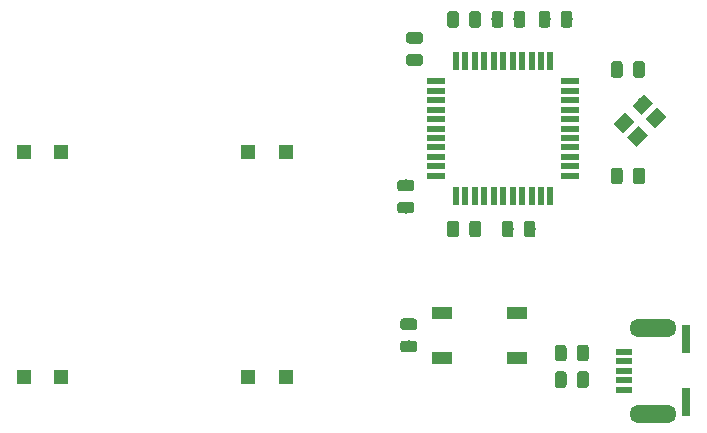
<source format=gbp>
G04 #@! TF.GenerationSoftware,KiCad,Pcbnew,(5.0.0-3-g5ebb6b6)*
G04 #@! TF.CreationDate,2018-09-23T16:07:04+01:00*
G04 #@! TF.ProjectId,PCB1,504342312E6B696361645F7063620000,rev?*
G04 #@! TF.SameCoordinates,Original*
G04 #@! TF.FileFunction,Paste,Bot*
G04 #@! TF.FilePolarity,Positive*
%FSLAX46Y46*%
G04 Gerber Fmt 4.6, Leading zero omitted, Abs format (unit mm)*
G04 Created by KiCad (PCBNEW (5.0.0-3-g5ebb6b6)) date Sunday, 23 September 2018 at 16:07:04*
%MOMM*%
%LPD*%
G01*
G04 APERTURE LIST*
%ADD10C,0.100000*%
%ADD11C,0.975000*%
%ADD12R,1.200000X1.200000*%
%ADD13R,0.800000X2.350000*%
%ADD14R,1.400000X0.500000*%
%ADD15O,4.000000X1.500000*%
%ADD16R,1.700000X1.000000*%
%ADD17R,0.550000X1.500000*%
%ADD18R,1.500000X0.550000*%
%ADD19C,1.150000*%
G04 APERTURE END LIST*
D10*
G04 #@! TO.C,C1*
G36*
X160267642Y-54801174D02*
X160291303Y-54804684D01*
X160314507Y-54810496D01*
X160337029Y-54818554D01*
X160358653Y-54828782D01*
X160379170Y-54841079D01*
X160398383Y-54855329D01*
X160416107Y-54871393D01*
X160432171Y-54889117D01*
X160446421Y-54908330D01*
X160458718Y-54928847D01*
X160468946Y-54950471D01*
X160477004Y-54972993D01*
X160482816Y-54996197D01*
X160486326Y-55019858D01*
X160487500Y-55043750D01*
X160487500Y-55956250D01*
X160486326Y-55980142D01*
X160482816Y-56003803D01*
X160477004Y-56027007D01*
X160468946Y-56049529D01*
X160458718Y-56071153D01*
X160446421Y-56091670D01*
X160432171Y-56110883D01*
X160416107Y-56128607D01*
X160398383Y-56144671D01*
X160379170Y-56158921D01*
X160358653Y-56171218D01*
X160337029Y-56181446D01*
X160314507Y-56189504D01*
X160291303Y-56195316D01*
X160267642Y-56198826D01*
X160243750Y-56200000D01*
X159756250Y-56200000D01*
X159732358Y-56198826D01*
X159708697Y-56195316D01*
X159685493Y-56189504D01*
X159662971Y-56181446D01*
X159641347Y-56171218D01*
X159620830Y-56158921D01*
X159601617Y-56144671D01*
X159583893Y-56128607D01*
X159567829Y-56110883D01*
X159553579Y-56091670D01*
X159541282Y-56071153D01*
X159531054Y-56049529D01*
X159522996Y-56027007D01*
X159517184Y-56003803D01*
X159513674Y-55980142D01*
X159512500Y-55956250D01*
X159512500Y-55043750D01*
X159513674Y-55019858D01*
X159517184Y-54996197D01*
X159522996Y-54972993D01*
X159531054Y-54950471D01*
X159541282Y-54928847D01*
X159553579Y-54908330D01*
X159567829Y-54889117D01*
X159583893Y-54871393D01*
X159601617Y-54855329D01*
X159620830Y-54841079D01*
X159641347Y-54828782D01*
X159662971Y-54818554D01*
X159685493Y-54810496D01*
X159708697Y-54804684D01*
X159732358Y-54801174D01*
X159756250Y-54800000D01*
X160243750Y-54800000D01*
X160267642Y-54801174D01*
X160267642Y-54801174D01*
G37*
D11*
X160000000Y-55500000D03*
D10*
G36*
X158392642Y-54801174D02*
X158416303Y-54804684D01*
X158439507Y-54810496D01*
X158462029Y-54818554D01*
X158483653Y-54828782D01*
X158504170Y-54841079D01*
X158523383Y-54855329D01*
X158541107Y-54871393D01*
X158557171Y-54889117D01*
X158571421Y-54908330D01*
X158583718Y-54928847D01*
X158593946Y-54950471D01*
X158602004Y-54972993D01*
X158607816Y-54996197D01*
X158611326Y-55019858D01*
X158612500Y-55043750D01*
X158612500Y-55956250D01*
X158611326Y-55980142D01*
X158607816Y-56003803D01*
X158602004Y-56027007D01*
X158593946Y-56049529D01*
X158583718Y-56071153D01*
X158571421Y-56091670D01*
X158557171Y-56110883D01*
X158541107Y-56128607D01*
X158523383Y-56144671D01*
X158504170Y-56158921D01*
X158483653Y-56171218D01*
X158462029Y-56181446D01*
X158439507Y-56189504D01*
X158416303Y-56195316D01*
X158392642Y-56198826D01*
X158368750Y-56200000D01*
X157881250Y-56200000D01*
X157857358Y-56198826D01*
X157833697Y-56195316D01*
X157810493Y-56189504D01*
X157787971Y-56181446D01*
X157766347Y-56171218D01*
X157745830Y-56158921D01*
X157726617Y-56144671D01*
X157708893Y-56128607D01*
X157692829Y-56110883D01*
X157678579Y-56091670D01*
X157666282Y-56071153D01*
X157656054Y-56049529D01*
X157647996Y-56027007D01*
X157642184Y-56003803D01*
X157638674Y-55980142D01*
X157637500Y-55956250D01*
X157637500Y-55043750D01*
X157638674Y-55019858D01*
X157642184Y-54996197D01*
X157647996Y-54972993D01*
X157656054Y-54950471D01*
X157666282Y-54928847D01*
X157678579Y-54908330D01*
X157692829Y-54889117D01*
X157708893Y-54871393D01*
X157726617Y-54855329D01*
X157745830Y-54841079D01*
X157766347Y-54828782D01*
X157787971Y-54818554D01*
X157810493Y-54810496D01*
X157833697Y-54804684D01*
X157857358Y-54801174D01*
X157881250Y-54800000D01*
X158368750Y-54800000D01*
X158392642Y-54801174D01*
X158392642Y-54801174D01*
G37*
D11*
X158125000Y-55500000D03*
G04 #@! TD*
D10*
G04 #@! TO.C,C2*
G36*
X158392642Y-63801174D02*
X158416303Y-63804684D01*
X158439507Y-63810496D01*
X158462029Y-63818554D01*
X158483653Y-63828782D01*
X158504170Y-63841079D01*
X158523383Y-63855329D01*
X158541107Y-63871393D01*
X158557171Y-63889117D01*
X158571421Y-63908330D01*
X158583718Y-63928847D01*
X158593946Y-63950471D01*
X158602004Y-63972993D01*
X158607816Y-63996197D01*
X158611326Y-64019858D01*
X158612500Y-64043750D01*
X158612500Y-64956250D01*
X158611326Y-64980142D01*
X158607816Y-65003803D01*
X158602004Y-65027007D01*
X158593946Y-65049529D01*
X158583718Y-65071153D01*
X158571421Y-65091670D01*
X158557171Y-65110883D01*
X158541107Y-65128607D01*
X158523383Y-65144671D01*
X158504170Y-65158921D01*
X158483653Y-65171218D01*
X158462029Y-65181446D01*
X158439507Y-65189504D01*
X158416303Y-65195316D01*
X158392642Y-65198826D01*
X158368750Y-65200000D01*
X157881250Y-65200000D01*
X157857358Y-65198826D01*
X157833697Y-65195316D01*
X157810493Y-65189504D01*
X157787971Y-65181446D01*
X157766347Y-65171218D01*
X157745830Y-65158921D01*
X157726617Y-65144671D01*
X157708893Y-65128607D01*
X157692829Y-65110883D01*
X157678579Y-65091670D01*
X157666282Y-65071153D01*
X157656054Y-65049529D01*
X157647996Y-65027007D01*
X157642184Y-65003803D01*
X157638674Y-64980142D01*
X157637500Y-64956250D01*
X157637500Y-64043750D01*
X157638674Y-64019858D01*
X157642184Y-63996197D01*
X157647996Y-63972993D01*
X157656054Y-63950471D01*
X157666282Y-63928847D01*
X157678579Y-63908330D01*
X157692829Y-63889117D01*
X157708893Y-63871393D01*
X157726617Y-63855329D01*
X157745830Y-63841079D01*
X157766347Y-63828782D01*
X157787971Y-63818554D01*
X157810493Y-63810496D01*
X157833697Y-63804684D01*
X157857358Y-63801174D01*
X157881250Y-63800000D01*
X158368750Y-63800000D01*
X158392642Y-63801174D01*
X158392642Y-63801174D01*
G37*
D11*
X158125000Y-64500000D03*
D10*
G36*
X160267642Y-63801174D02*
X160291303Y-63804684D01*
X160314507Y-63810496D01*
X160337029Y-63818554D01*
X160358653Y-63828782D01*
X160379170Y-63841079D01*
X160398383Y-63855329D01*
X160416107Y-63871393D01*
X160432171Y-63889117D01*
X160446421Y-63908330D01*
X160458718Y-63928847D01*
X160468946Y-63950471D01*
X160477004Y-63972993D01*
X160482816Y-63996197D01*
X160486326Y-64019858D01*
X160487500Y-64043750D01*
X160487500Y-64956250D01*
X160486326Y-64980142D01*
X160482816Y-65003803D01*
X160477004Y-65027007D01*
X160468946Y-65049529D01*
X160458718Y-65071153D01*
X160446421Y-65091670D01*
X160432171Y-65110883D01*
X160416107Y-65128607D01*
X160398383Y-65144671D01*
X160379170Y-65158921D01*
X160358653Y-65171218D01*
X160337029Y-65181446D01*
X160314507Y-65189504D01*
X160291303Y-65195316D01*
X160267642Y-65198826D01*
X160243750Y-65200000D01*
X159756250Y-65200000D01*
X159732358Y-65198826D01*
X159708697Y-65195316D01*
X159685493Y-65189504D01*
X159662971Y-65181446D01*
X159641347Y-65171218D01*
X159620830Y-65158921D01*
X159601617Y-65144671D01*
X159583893Y-65128607D01*
X159567829Y-65110883D01*
X159553579Y-65091670D01*
X159541282Y-65071153D01*
X159531054Y-65049529D01*
X159522996Y-65027007D01*
X159517184Y-65003803D01*
X159513674Y-64980142D01*
X159512500Y-64956250D01*
X159512500Y-64043750D01*
X159513674Y-64019858D01*
X159517184Y-63996197D01*
X159522996Y-63972993D01*
X159531054Y-63950471D01*
X159541282Y-63928847D01*
X159553579Y-63908330D01*
X159567829Y-63889117D01*
X159583893Y-63871393D01*
X159601617Y-63855329D01*
X159620830Y-63841079D01*
X159641347Y-63828782D01*
X159662971Y-63818554D01*
X159685493Y-63810496D01*
X159708697Y-63804684D01*
X159732358Y-63801174D01*
X159756250Y-63800000D01*
X160243750Y-63800000D01*
X160267642Y-63801174D01*
X160267642Y-63801174D01*
G37*
D11*
X160000000Y-64500000D03*
G04 #@! TD*
D10*
G04 #@! TO.C,C3*
G36*
X144517642Y-50551174D02*
X144541303Y-50554684D01*
X144564507Y-50560496D01*
X144587029Y-50568554D01*
X144608653Y-50578782D01*
X144629170Y-50591079D01*
X144648383Y-50605329D01*
X144666107Y-50621393D01*
X144682171Y-50639117D01*
X144696421Y-50658330D01*
X144708718Y-50678847D01*
X144718946Y-50700471D01*
X144727004Y-50722993D01*
X144732816Y-50746197D01*
X144736326Y-50769858D01*
X144737500Y-50793750D01*
X144737500Y-51706250D01*
X144736326Y-51730142D01*
X144732816Y-51753803D01*
X144727004Y-51777007D01*
X144718946Y-51799529D01*
X144708718Y-51821153D01*
X144696421Y-51841670D01*
X144682171Y-51860883D01*
X144666107Y-51878607D01*
X144648383Y-51894671D01*
X144629170Y-51908921D01*
X144608653Y-51921218D01*
X144587029Y-51931446D01*
X144564507Y-51939504D01*
X144541303Y-51945316D01*
X144517642Y-51948826D01*
X144493750Y-51950000D01*
X144006250Y-51950000D01*
X143982358Y-51948826D01*
X143958697Y-51945316D01*
X143935493Y-51939504D01*
X143912971Y-51931446D01*
X143891347Y-51921218D01*
X143870830Y-51908921D01*
X143851617Y-51894671D01*
X143833893Y-51878607D01*
X143817829Y-51860883D01*
X143803579Y-51841670D01*
X143791282Y-51821153D01*
X143781054Y-51799529D01*
X143772996Y-51777007D01*
X143767184Y-51753803D01*
X143763674Y-51730142D01*
X143762500Y-51706250D01*
X143762500Y-50793750D01*
X143763674Y-50769858D01*
X143767184Y-50746197D01*
X143772996Y-50722993D01*
X143781054Y-50700471D01*
X143791282Y-50678847D01*
X143803579Y-50658330D01*
X143817829Y-50639117D01*
X143833893Y-50621393D01*
X143851617Y-50605329D01*
X143870830Y-50591079D01*
X143891347Y-50578782D01*
X143912971Y-50568554D01*
X143935493Y-50560496D01*
X143958697Y-50554684D01*
X143982358Y-50551174D01*
X144006250Y-50550000D01*
X144493750Y-50550000D01*
X144517642Y-50551174D01*
X144517642Y-50551174D01*
G37*
D11*
X144250000Y-51250000D03*
D10*
G36*
X146392642Y-50551174D02*
X146416303Y-50554684D01*
X146439507Y-50560496D01*
X146462029Y-50568554D01*
X146483653Y-50578782D01*
X146504170Y-50591079D01*
X146523383Y-50605329D01*
X146541107Y-50621393D01*
X146557171Y-50639117D01*
X146571421Y-50658330D01*
X146583718Y-50678847D01*
X146593946Y-50700471D01*
X146602004Y-50722993D01*
X146607816Y-50746197D01*
X146611326Y-50769858D01*
X146612500Y-50793750D01*
X146612500Y-51706250D01*
X146611326Y-51730142D01*
X146607816Y-51753803D01*
X146602004Y-51777007D01*
X146593946Y-51799529D01*
X146583718Y-51821153D01*
X146571421Y-51841670D01*
X146557171Y-51860883D01*
X146541107Y-51878607D01*
X146523383Y-51894671D01*
X146504170Y-51908921D01*
X146483653Y-51921218D01*
X146462029Y-51931446D01*
X146439507Y-51939504D01*
X146416303Y-51945316D01*
X146392642Y-51948826D01*
X146368750Y-51950000D01*
X145881250Y-51950000D01*
X145857358Y-51948826D01*
X145833697Y-51945316D01*
X145810493Y-51939504D01*
X145787971Y-51931446D01*
X145766347Y-51921218D01*
X145745830Y-51908921D01*
X145726617Y-51894671D01*
X145708893Y-51878607D01*
X145692829Y-51860883D01*
X145678579Y-51841670D01*
X145666282Y-51821153D01*
X145656054Y-51799529D01*
X145647996Y-51777007D01*
X145642184Y-51753803D01*
X145638674Y-51730142D01*
X145637500Y-51706250D01*
X145637500Y-50793750D01*
X145638674Y-50769858D01*
X145642184Y-50746197D01*
X145647996Y-50722993D01*
X145656054Y-50700471D01*
X145666282Y-50678847D01*
X145678579Y-50658330D01*
X145692829Y-50639117D01*
X145708893Y-50621393D01*
X145726617Y-50605329D01*
X145745830Y-50591079D01*
X145766347Y-50578782D01*
X145787971Y-50568554D01*
X145810493Y-50560496D01*
X145833697Y-50554684D01*
X145857358Y-50551174D01*
X145881250Y-50550000D01*
X146368750Y-50550000D01*
X146392642Y-50551174D01*
X146392642Y-50551174D01*
G37*
D11*
X146125000Y-51250000D03*
G04 #@! TD*
D10*
G04 #@! TO.C,C4*
G36*
X140730142Y-66701174D02*
X140753803Y-66704684D01*
X140777007Y-66710496D01*
X140799529Y-66718554D01*
X140821153Y-66728782D01*
X140841670Y-66741079D01*
X140860883Y-66755329D01*
X140878607Y-66771393D01*
X140894671Y-66789117D01*
X140908921Y-66808330D01*
X140921218Y-66828847D01*
X140931446Y-66850471D01*
X140939504Y-66872993D01*
X140945316Y-66896197D01*
X140948826Y-66919858D01*
X140950000Y-66943750D01*
X140950000Y-67431250D01*
X140948826Y-67455142D01*
X140945316Y-67478803D01*
X140939504Y-67502007D01*
X140931446Y-67524529D01*
X140921218Y-67546153D01*
X140908921Y-67566670D01*
X140894671Y-67585883D01*
X140878607Y-67603607D01*
X140860883Y-67619671D01*
X140841670Y-67633921D01*
X140821153Y-67646218D01*
X140799529Y-67656446D01*
X140777007Y-67664504D01*
X140753803Y-67670316D01*
X140730142Y-67673826D01*
X140706250Y-67675000D01*
X139793750Y-67675000D01*
X139769858Y-67673826D01*
X139746197Y-67670316D01*
X139722993Y-67664504D01*
X139700471Y-67656446D01*
X139678847Y-67646218D01*
X139658330Y-67633921D01*
X139639117Y-67619671D01*
X139621393Y-67603607D01*
X139605329Y-67585883D01*
X139591079Y-67566670D01*
X139578782Y-67546153D01*
X139568554Y-67524529D01*
X139560496Y-67502007D01*
X139554684Y-67478803D01*
X139551174Y-67455142D01*
X139550000Y-67431250D01*
X139550000Y-66943750D01*
X139551174Y-66919858D01*
X139554684Y-66896197D01*
X139560496Y-66872993D01*
X139568554Y-66850471D01*
X139578782Y-66828847D01*
X139591079Y-66808330D01*
X139605329Y-66789117D01*
X139621393Y-66771393D01*
X139639117Y-66755329D01*
X139658330Y-66741079D01*
X139678847Y-66728782D01*
X139700471Y-66718554D01*
X139722993Y-66710496D01*
X139746197Y-66704684D01*
X139769858Y-66701174D01*
X139793750Y-66700000D01*
X140706250Y-66700000D01*
X140730142Y-66701174D01*
X140730142Y-66701174D01*
G37*
D11*
X140250000Y-67187500D03*
D10*
G36*
X140730142Y-64826174D02*
X140753803Y-64829684D01*
X140777007Y-64835496D01*
X140799529Y-64843554D01*
X140821153Y-64853782D01*
X140841670Y-64866079D01*
X140860883Y-64880329D01*
X140878607Y-64896393D01*
X140894671Y-64914117D01*
X140908921Y-64933330D01*
X140921218Y-64953847D01*
X140931446Y-64975471D01*
X140939504Y-64997993D01*
X140945316Y-65021197D01*
X140948826Y-65044858D01*
X140950000Y-65068750D01*
X140950000Y-65556250D01*
X140948826Y-65580142D01*
X140945316Y-65603803D01*
X140939504Y-65627007D01*
X140931446Y-65649529D01*
X140921218Y-65671153D01*
X140908921Y-65691670D01*
X140894671Y-65710883D01*
X140878607Y-65728607D01*
X140860883Y-65744671D01*
X140841670Y-65758921D01*
X140821153Y-65771218D01*
X140799529Y-65781446D01*
X140777007Y-65789504D01*
X140753803Y-65795316D01*
X140730142Y-65798826D01*
X140706250Y-65800000D01*
X139793750Y-65800000D01*
X139769858Y-65798826D01*
X139746197Y-65795316D01*
X139722993Y-65789504D01*
X139700471Y-65781446D01*
X139678847Y-65771218D01*
X139658330Y-65758921D01*
X139639117Y-65744671D01*
X139621393Y-65728607D01*
X139605329Y-65710883D01*
X139591079Y-65691670D01*
X139578782Y-65671153D01*
X139568554Y-65649529D01*
X139560496Y-65627007D01*
X139554684Y-65603803D01*
X139551174Y-65580142D01*
X139550000Y-65556250D01*
X139550000Y-65068750D01*
X139551174Y-65044858D01*
X139554684Y-65021197D01*
X139560496Y-64997993D01*
X139568554Y-64975471D01*
X139578782Y-64953847D01*
X139591079Y-64933330D01*
X139605329Y-64914117D01*
X139621393Y-64896393D01*
X139639117Y-64880329D01*
X139658330Y-64866079D01*
X139678847Y-64853782D01*
X139700471Y-64843554D01*
X139722993Y-64835496D01*
X139746197Y-64829684D01*
X139769858Y-64826174D01*
X139793750Y-64825000D01*
X140706250Y-64825000D01*
X140730142Y-64826174D01*
X140730142Y-64826174D01*
G37*
D11*
X140250000Y-65312500D03*
G04 #@! TD*
D10*
G04 #@! TO.C,C5*
G36*
X151017642Y-68301174D02*
X151041303Y-68304684D01*
X151064507Y-68310496D01*
X151087029Y-68318554D01*
X151108653Y-68328782D01*
X151129170Y-68341079D01*
X151148383Y-68355329D01*
X151166107Y-68371393D01*
X151182171Y-68389117D01*
X151196421Y-68408330D01*
X151208718Y-68428847D01*
X151218946Y-68450471D01*
X151227004Y-68472993D01*
X151232816Y-68496197D01*
X151236326Y-68519858D01*
X151237500Y-68543750D01*
X151237500Y-69456250D01*
X151236326Y-69480142D01*
X151232816Y-69503803D01*
X151227004Y-69527007D01*
X151218946Y-69549529D01*
X151208718Y-69571153D01*
X151196421Y-69591670D01*
X151182171Y-69610883D01*
X151166107Y-69628607D01*
X151148383Y-69644671D01*
X151129170Y-69658921D01*
X151108653Y-69671218D01*
X151087029Y-69681446D01*
X151064507Y-69689504D01*
X151041303Y-69695316D01*
X151017642Y-69698826D01*
X150993750Y-69700000D01*
X150506250Y-69700000D01*
X150482358Y-69698826D01*
X150458697Y-69695316D01*
X150435493Y-69689504D01*
X150412971Y-69681446D01*
X150391347Y-69671218D01*
X150370830Y-69658921D01*
X150351617Y-69644671D01*
X150333893Y-69628607D01*
X150317829Y-69610883D01*
X150303579Y-69591670D01*
X150291282Y-69571153D01*
X150281054Y-69549529D01*
X150272996Y-69527007D01*
X150267184Y-69503803D01*
X150263674Y-69480142D01*
X150262500Y-69456250D01*
X150262500Y-68543750D01*
X150263674Y-68519858D01*
X150267184Y-68496197D01*
X150272996Y-68472993D01*
X150281054Y-68450471D01*
X150291282Y-68428847D01*
X150303579Y-68408330D01*
X150317829Y-68389117D01*
X150333893Y-68371393D01*
X150351617Y-68355329D01*
X150370830Y-68341079D01*
X150391347Y-68328782D01*
X150412971Y-68318554D01*
X150435493Y-68310496D01*
X150458697Y-68304684D01*
X150482358Y-68301174D01*
X150506250Y-68300000D01*
X150993750Y-68300000D01*
X151017642Y-68301174D01*
X151017642Y-68301174D01*
G37*
D11*
X150750000Y-69000000D03*
D10*
G36*
X149142642Y-68301174D02*
X149166303Y-68304684D01*
X149189507Y-68310496D01*
X149212029Y-68318554D01*
X149233653Y-68328782D01*
X149254170Y-68341079D01*
X149273383Y-68355329D01*
X149291107Y-68371393D01*
X149307171Y-68389117D01*
X149321421Y-68408330D01*
X149333718Y-68428847D01*
X149343946Y-68450471D01*
X149352004Y-68472993D01*
X149357816Y-68496197D01*
X149361326Y-68519858D01*
X149362500Y-68543750D01*
X149362500Y-69456250D01*
X149361326Y-69480142D01*
X149357816Y-69503803D01*
X149352004Y-69527007D01*
X149343946Y-69549529D01*
X149333718Y-69571153D01*
X149321421Y-69591670D01*
X149307171Y-69610883D01*
X149291107Y-69628607D01*
X149273383Y-69644671D01*
X149254170Y-69658921D01*
X149233653Y-69671218D01*
X149212029Y-69681446D01*
X149189507Y-69689504D01*
X149166303Y-69695316D01*
X149142642Y-69698826D01*
X149118750Y-69700000D01*
X148631250Y-69700000D01*
X148607358Y-69698826D01*
X148583697Y-69695316D01*
X148560493Y-69689504D01*
X148537971Y-69681446D01*
X148516347Y-69671218D01*
X148495830Y-69658921D01*
X148476617Y-69644671D01*
X148458893Y-69628607D01*
X148442829Y-69610883D01*
X148428579Y-69591670D01*
X148416282Y-69571153D01*
X148406054Y-69549529D01*
X148397996Y-69527007D01*
X148392184Y-69503803D01*
X148388674Y-69480142D01*
X148387500Y-69456250D01*
X148387500Y-68543750D01*
X148388674Y-68519858D01*
X148392184Y-68496197D01*
X148397996Y-68472993D01*
X148406054Y-68450471D01*
X148416282Y-68428847D01*
X148428579Y-68408330D01*
X148442829Y-68389117D01*
X148458893Y-68371393D01*
X148476617Y-68355329D01*
X148495830Y-68341079D01*
X148516347Y-68328782D01*
X148537971Y-68318554D01*
X148560493Y-68310496D01*
X148583697Y-68304684D01*
X148607358Y-68301174D01*
X148631250Y-68300000D01*
X149118750Y-68300000D01*
X149142642Y-68301174D01*
X149142642Y-68301174D01*
G37*
D11*
X148875000Y-69000000D03*
G04 #@! TD*
D10*
G04 #@! TO.C,C6*
G36*
X154142642Y-50551174D02*
X154166303Y-50554684D01*
X154189507Y-50560496D01*
X154212029Y-50568554D01*
X154233653Y-50578782D01*
X154254170Y-50591079D01*
X154273383Y-50605329D01*
X154291107Y-50621393D01*
X154307171Y-50639117D01*
X154321421Y-50658330D01*
X154333718Y-50678847D01*
X154343946Y-50700471D01*
X154352004Y-50722993D01*
X154357816Y-50746197D01*
X154361326Y-50769858D01*
X154362500Y-50793750D01*
X154362500Y-51706250D01*
X154361326Y-51730142D01*
X154357816Y-51753803D01*
X154352004Y-51777007D01*
X154343946Y-51799529D01*
X154333718Y-51821153D01*
X154321421Y-51841670D01*
X154307171Y-51860883D01*
X154291107Y-51878607D01*
X154273383Y-51894671D01*
X154254170Y-51908921D01*
X154233653Y-51921218D01*
X154212029Y-51931446D01*
X154189507Y-51939504D01*
X154166303Y-51945316D01*
X154142642Y-51948826D01*
X154118750Y-51950000D01*
X153631250Y-51950000D01*
X153607358Y-51948826D01*
X153583697Y-51945316D01*
X153560493Y-51939504D01*
X153537971Y-51931446D01*
X153516347Y-51921218D01*
X153495830Y-51908921D01*
X153476617Y-51894671D01*
X153458893Y-51878607D01*
X153442829Y-51860883D01*
X153428579Y-51841670D01*
X153416282Y-51821153D01*
X153406054Y-51799529D01*
X153397996Y-51777007D01*
X153392184Y-51753803D01*
X153388674Y-51730142D01*
X153387500Y-51706250D01*
X153387500Y-50793750D01*
X153388674Y-50769858D01*
X153392184Y-50746197D01*
X153397996Y-50722993D01*
X153406054Y-50700471D01*
X153416282Y-50678847D01*
X153428579Y-50658330D01*
X153442829Y-50639117D01*
X153458893Y-50621393D01*
X153476617Y-50605329D01*
X153495830Y-50591079D01*
X153516347Y-50578782D01*
X153537971Y-50568554D01*
X153560493Y-50560496D01*
X153583697Y-50554684D01*
X153607358Y-50551174D01*
X153631250Y-50550000D01*
X154118750Y-50550000D01*
X154142642Y-50551174D01*
X154142642Y-50551174D01*
G37*
D11*
X153875000Y-51250000D03*
D10*
G36*
X152267642Y-50551174D02*
X152291303Y-50554684D01*
X152314507Y-50560496D01*
X152337029Y-50568554D01*
X152358653Y-50578782D01*
X152379170Y-50591079D01*
X152398383Y-50605329D01*
X152416107Y-50621393D01*
X152432171Y-50639117D01*
X152446421Y-50658330D01*
X152458718Y-50678847D01*
X152468946Y-50700471D01*
X152477004Y-50722993D01*
X152482816Y-50746197D01*
X152486326Y-50769858D01*
X152487500Y-50793750D01*
X152487500Y-51706250D01*
X152486326Y-51730142D01*
X152482816Y-51753803D01*
X152477004Y-51777007D01*
X152468946Y-51799529D01*
X152458718Y-51821153D01*
X152446421Y-51841670D01*
X152432171Y-51860883D01*
X152416107Y-51878607D01*
X152398383Y-51894671D01*
X152379170Y-51908921D01*
X152358653Y-51921218D01*
X152337029Y-51931446D01*
X152314507Y-51939504D01*
X152291303Y-51945316D01*
X152267642Y-51948826D01*
X152243750Y-51950000D01*
X151756250Y-51950000D01*
X151732358Y-51948826D01*
X151708697Y-51945316D01*
X151685493Y-51939504D01*
X151662971Y-51931446D01*
X151641347Y-51921218D01*
X151620830Y-51908921D01*
X151601617Y-51894671D01*
X151583893Y-51878607D01*
X151567829Y-51860883D01*
X151553579Y-51841670D01*
X151541282Y-51821153D01*
X151531054Y-51799529D01*
X151522996Y-51777007D01*
X151517184Y-51753803D01*
X151513674Y-51730142D01*
X151512500Y-51706250D01*
X151512500Y-50793750D01*
X151513674Y-50769858D01*
X151517184Y-50746197D01*
X151522996Y-50722993D01*
X151531054Y-50700471D01*
X151541282Y-50678847D01*
X151553579Y-50658330D01*
X151567829Y-50639117D01*
X151583893Y-50621393D01*
X151601617Y-50605329D01*
X151620830Y-50591079D01*
X151641347Y-50578782D01*
X151662971Y-50568554D01*
X151685493Y-50560496D01*
X151708697Y-50554684D01*
X151732358Y-50551174D01*
X151756250Y-50550000D01*
X152243750Y-50550000D01*
X152267642Y-50551174D01*
X152267642Y-50551174D01*
G37*
D11*
X152000000Y-51250000D03*
G04 #@! TD*
D10*
G04 #@! TO.C,C7*
G36*
X141480142Y-52326174D02*
X141503803Y-52329684D01*
X141527007Y-52335496D01*
X141549529Y-52343554D01*
X141571153Y-52353782D01*
X141591670Y-52366079D01*
X141610883Y-52380329D01*
X141628607Y-52396393D01*
X141644671Y-52414117D01*
X141658921Y-52433330D01*
X141671218Y-52453847D01*
X141681446Y-52475471D01*
X141689504Y-52497993D01*
X141695316Y-52521197D01*
X141698826Y-52544858D01*
X141700000Y-52568750D01*
X141700000Y-53056250D01*
X141698826Y-53080142D01*
X141695316Y-53103803D01*
X141689504Y-53127007D01*
X141681446Y-53149529D01*
X141671218Y-53171153D01*
X141658921Y-53191670D01*
X141644671Y-53210883D01*
X141628607Y-53228607D01*
X141610883Y-53244671D01*
X141591670Y-53258921D01*
X141571153Y-53271218D01*
X141549529Y-53281446D01*
X141527007Y-53289504D01*
X141503803Y-53295316D01*
X141480142Y-53298826D01*
X141456250Y-53300000D01*
X140543750Y-53300000D01*
X140519858Y-53298826D01*
X140496197Y-53295316D01*
X140472993Y-53289504D01*
X140450471Y-53281446D01*
X140428847Y-53271218D01*
X140408330Y-53258921D01*
X140389117Y-53244671D01*
X140371393Y-53228607D01*
X140355329Y-53210883D01*
X140341079Y-53191670D01*
X140328782Y-53171153D01*
X140318554Y-53149529D01*
X140310496Y-53127007D01*
X140304684Y-53103803D01*
X140301174Y-53080142D01*
X140300000Y-53056250D01*
X140300000Y-52568750D01*
X140301174Y-52544858D01*
X140304684Y-52521197D01*
X140310496Y-52497993D01*
X140318554Y-52475471D01*
X140328782Y-52453847D01*
X140341079Y-52433330D01*
X140355329Y-52414117D01*
X140371393Y-52396393D01*
X140389117Y-52380329D01*
X140408330Y-52366079D01*
X140428847Y-52353782D01*
X140450471Y-52343554D01*
X140472993Y-52335496D01*
X140496197Y-52329684D01*
X140519858Y-52326174D01*
X140543750Y-52325000D01*
X141456250Y-52325000D01*
X141480142Y-52326174D01*
X141480142Y-52326174D01*
G37*
D11*
X141000000Y-52812500D03*
D10*
G36*
X141480142Y-54201174D02*
X141503803Y-54204684D01*
X141527007Y-54210496D01*
X141549529Y-54218554D01*
X141571153Y-54228782D01*
X141591670Y-54241079D01*
X141610883Y-54255329D01*
X141628607Y-54271393D01*
X141644671Y-54289117D01*
X141658921Y-54308330D01*
X141671218Y-54328847D01*
X141681446Y-54350471D01*
X141689504Y-54372993D01*
X141695316Y-54396197D01*
X141698826Y-54419858D01*
X141700000Y-54443750D01*
X141700000Y-54931250D01*
X141698826Y-54955142D01*
X141695316Y-54978803D01*
X141689504Y-55002007D01*
X141681446Y-55024529D01*
X141671218Y-55046153D01*
X141658921Y-55066670D01*
X141644671Y-55085883D01*
X141628607Y-55103607D01*
X141610883Y-55119671D01*
X141591670Y-55133921D01*
X141571153Y-55146218D01*
X141549529Y-55156446D01*
X141527007Y-55164504D01*
X141503803Y-55170316D01*
X141480142Y-55173826D01*
X141456250Y-55175000D01*
X140543750Y-55175000D01*
X140519858Y-55173826D01*
X140496197Y-55170316D01*
X140472993Y-55164504D01*
X140450471Y-55156446D01*
X140428847Y-55146218D01*
X140408330Y-55133921D01*
X140389117Y-55119671D01*
X140371393Y-55103607D01*
X140355329Y-55085883D01*
X140341079Y-55066670D01*
X140328782Y-55046153D01*
X140318554Y-55024529D01*
X140310496Y-55002007D01*
X140304684Y-54978803D01*
X140301174Y-54955142D01*
X140300000Y-54931250D01*
X140300000Y-54443750D01*
X140301174Y-54419858D01*
X140304684Y-54396197D01*
X140310496Y-54372993D01*
X140318554Y-54350471D01*
X140328782Y-54328847D01*
X140341079Y-54308330D01*
X140355329Y-54289117D01*
X140371393Y-54271393D01*
X140389117Y-54255329D01*
X140408330Y-54241079D01*
X140428847Y-54228782D01*
X140450471Y-54218554D01*
X140472993Y-54210496D01*
X140496197Y-54204684D01*
X140519858Y-54201174D01*
X140543750Y-54200000D01*
X141456250Y-54200000D01*
X141480142Y-54201174D01*
X141480142Y-54201174D01*
G37*
D11*
X141000000Y-54687500D03*
G04 #@! TD*
D10*
G04 #@! TO.C,C8*
G36*
X148267642Y-50551174D02*
X148291303Y-50554684D01*
X148314507Y-50560496D01*
X148337029Y-50568554D01*
X148358653Y-50578782D01*
X148379170Y-50591079D01*
X148398383Y-50605329D01*
X148416107Y-50621393D01*
X148432171Y-50639117D01*
X148446421Y-50658330D01*
X148458718Y-50678847D01*
X148468946Y-50700471D01*
X148477004Y-50722993D01*
X148482816Y-50746197D01*
X148486326Y-50769858D01*
X148487500Y-50793750D01*
X148487500Y-51706250D01*
X148486326Y-51730142D01*
X148482816Y-51753803D01*
X148477004Y-51777007D01*
X148468946Y-51799529D01*
X148458718Y-51821153D01*
X148446421Y-51841670D01*
X148432171Y-51860883D01*
X148416107Y-51878607D01*
X148398383Y-51894671D01*
X148379170Y-51908921D01*
X148358653Y-51921218D01*
X148337029Y-51931446D01*
X148314507Y-51939504D01*
X148291303Y-51945316D01*
X148267642Y-51948826D01*
X148243750Y-51950000D01*
X147756250Y-51950000D01*
X147732358Y-51948826D01*
X147708697Y-51945316D01*
X147685493Y-51939504D01*
X147662971Y-51931446D01*
X147641347Y-51921218D01*
X147620830Y-51908921D01*
X147601617Y-51894671D01*
X147583893Y-51878607D01*
X147567829Y-51860883D01*
X147553579Y-51841670D01*
X147541282Y-51821153D01*
X147531054Y-51799529D01*
X147522996Y-51777007D01*
X147517184Y-51753803D01*
X147513674Y-51730142D01*
X147512500Y-51706250D01*
X147512500Y-50793750D01*
X147513674Y-50769858D01*
X147517184Y-50746197D01*
X147522996Y-50722993D01*
X147531054Y-50700471D01*
X147541282Y-50678847D01*
X147553579Y-50658330D01*
X147567829Y-50639117D01*
X147583893Y-50621393D01*
X147601617Y-50605329D01*
X147620830Y-50591079D01*
X147641347Y-50578782D01*
X147662971Y-50568554D01*
X147685493Y-50560496D01*
X147708697Y-50554684D01*
X147732358Y-50551174D01*
X147756250Y-50550000D01*
X148243750Y-50550000D01*
X148267642Y-50551174D01*
X148267642Y-50551174D01*
G37*
D11*
X148000000Y-51250000D03*
D10*
G36*
X150142642Y-50551174D02*
X150166303Y-50554684D01*
X150189507Y-50560496D01*
X150212029Y-50568554D01*
X150233653Y-50578782D01*
X150254170Y-50591079D01*
X150273383Y-50605329D01*
X150291107Y-50621393D01*
X150307171Y-50639117D01*
X150321421Y-50658330D01*
X150333718Y-50678847D01*
X150343946Y-50700471D01*
X150352004Y-50722993D01*
X150357816Y-50746197D01*
X150361326Y-50769858D01*
X150362500Y-50793750D01*
X150362500Y-51706250D01*
X150361326Y-51730142D01*
X150357816Y-51753803D01*
X150352004Y-51777007D01*
X150343946Y-51799529D01*
X150333718Y-51821153D01*
X150321421Y-51841670D01*
X150307171Y-51860883D01*
X150291107Y-51878607D01*
X150273383Y-51894671D01*
X150254170Y-51908921D01*
X150233653Y-51921218D01*
X150212029Y-51931446D01*
X150189507Y-51939504D01*
X150166303Y-51945316D01*
X150142642Y-51948826D01*
X150118750Y-51950000D01*
X149631250Y-51950000D01*
X149607358Y-51948826D01*
X149583697Y-51945316D01*
X149560493Y-51939504D01*
X149537971Y-51931446D01*
X149516347Y-51921218D01*
X149495830Y-51908921D01*
X149476617Y-51894671D01*
X149458893Y-51878607D01*
X149442829Y-51860883D01*
X149428579Y-51841670D01*
X149416282Y-51821153D01*
X149406054Y-51799529D01*
X149397996Y-51777007D01*
X149392184Y-51753803D01*
X149388674Y-51730142D01*
X149387500Y-51706250D01*
X149387500Y-50793750D01*
X149388674Y-50769858D01*
X149392184Y-50746197D01*
X149397996Y-50722993D01*
X149406054Y-50700471D01*
X149416282Y-50678847D01*
X149428579Y-50658330D01*
X149442829Y-50639117D01*
X149458893Y-50621393D01*
X149476617Y-50605329D01*
X149495830Y-50591079D01*
X149516347Y-50578782D01*
X149537971Y-50568554D01*
X149560493Y-50560496D01*
X149583697Y-50554684D01*
X149607358Y-50551174D01*
X149631250Y-50550000D01*
X150118750Y-50550000D01*
X150142642Y-50551174D01*
X150142642Y-50551174D01*
G37*
D11*
X149875000Y-51250000D03*
G04 #@! TD*
D12*
G04 #@! TO.C,D1*
X111075000Y-62500000D03*
X107925000Y-62500000D03*
G04 #@! TD*
G04 #@! TO.C,D2*
X111075000Y-81500000D03*
X107925000Y-81500000D03*
G04 #@! TD*
G04 #@! TO.C,D3*
X126925000Y-62500000D03*
X130075000Y-62500000D03*
G04 #@! TD*
G04 #@! TO.C,D4*
X126925000Y-81500000D03*
X130075000Y-81500000D03*
G04 #@! TD*
D13*
G04 #@! TO.C,J1*
X163950000Y-83675000D03*
X163950000Y-78325000D03*
D14*
X158750000Y-79400000D03*
X158750000Y-80200000D03*
X158750000Y-81000000D03*
X158750000Y-81800000D03*
X158750000Y-82600000D03*
D15*
X161150000Y-77350000D03*
X161150000Y-84650000D03*
G04 #@! TD*
D10*
G04 #@! TO.C,R1*
G36*
X140980142Y-78451174D02*
X141003803Y-78454684D01*
X141027007Y-78460496D01*
X141049529Y-78468554D01*
X141071153Y-78478782D01*
X141091670Y-78491079D01*
X141110883Y-78505329D01*
X141128607Y-78521393D01*
X141144671Y-78539117D01*
X141158921Y-78558330D01*
X141171218Y-78578847D01*
X141181446Y-78600471D01*
X141189504Y-78622993D01*
X141195316Y-78646197D01*
X141198826Y-78669858D01*
X141200000Y-78693750D01*
X141200000Y-79181250D01*
X141198826Y-79205142D01*
X141195316Y-79228803D01*
X141189504Y-79252007D01*
X141181446Y-79274529D01*
X141171218Y-79296153D01*
X141158921Y-79316670D01*
X141144671Y-79335883D01*
X141128607Y-79353607D01*
X141110883Y-79369671D01*
X141091670Y-79383921D01*
X141071153Y-79396218D01*
X141049529Y-79406446D01*
X141027007Y-79414504D01*
X141003803Y-79420316D01*
X140980142Y-79423826D01*
X140956250Y-79425000D01*
X140043750Y-79425000D01*
X140019858Y-79423826D01*
X139996197Y-79420316D01*
X139972993Y-79414504D01*
X139950471Y-79406446D01*
X139928847Y-79396218D01*
X139908330Y-79383921D01*
X139889117Y-79369671D01*
X139871393Y-79353607D01*
X139855329Y-79335883D01*
X139841079Y-79316670D01*
X139828782Y-79296153D01*
X139818554Y-79274529D01*
X139810496Y-79252007D01*
X139804684Y-79228803D01*
X139801174Y-79205142D01*
X139800000Y-79181250D01*
X139800000Y-78693750D01*
X139801174Y-78669858D01*
X139804684Y-78646197D01*
X139810496Y-78622993D01*
X139818554Y-78600471D01*
X139828782Y-78578847D01*
X139841079Y-78558330D01*
X139855329Y-78539117D01*
X139871393Y-78521393D01*
X139889117Y-78505329D01*
X139908330Y-78491079D01*
X139928847Y-78478782D01*
X139950471Y-78468554D01*
X139972993Y-78460496D01*
X139996197Y-78454684D01*
X140019858Y-78451174D01*
X140043750Y-78450000D01*
X140956250Y-78450000D01*
X140980142Y-78451174D01*
X140980142Y-78451174D01*
G37*
D11*
X140500000Y-78937500D03*
D10*
G36*
X140980142Y-76576174D02*
X141003803Y-76579684D01*
X141027007Y-76585496D01*
X141049529Y-76593554D01*
X141071153Y-76603782D01*
X141091670Y-76616079D01*
X141110883Y-76630329D01*
X141128607Y-76646393D01*
X141144671Y-76664117D01*
X141158921Y-76683330D01*
X141171218Y-76703847D01*
X141181446Y-76725471D01*
X141189504Y-76747993D01*
X141195316Y-76771197D01*
X141198826Y-76794858D01*
X141200000Y-76818750D01*
X141200000Y-77306250D01*
X141198826Y-77330142D01*
X141195316Y-77353803D01*
X141189504Y-77377007D01*
X141181446Y-77399529D01*
X141171218Y-77421153D01*
X141158921Y-77441670D01*
X141144671Y-77460883D01*
X141128607Y-77478607D01*
X141110883Y-77494671D01*
X141091670Y-77508921D01*
X141071153Y-77521218D01*
X141049529Y-77531446D01*
X141027007Y-77539504D01*
X141003803Y-77545316D01*
X140980142Y-77548826D01*
X140956250Y-77550000D01*
X140043750Y-77550000D01*
X140019858Y-77548826D01*
X139996197Y-77545316D01*
X139972993Y-77539504D01*
X139950471Y-77531446D01*
X139928847Y-77521218D01*
X139908330Y-77508921D01*
X139889117Y-77494671D01*
X139871393Y-77478607D01*
X139855329Y-77460883D01*
X139841079Y-77441670D01*
X139828782Y-77421153D01*
X139818554Y-77399529D01*
X139810496Y-77377007D01*
X139804684Y-77353803D01*
X139801174Y-77330142D01*
X139800000Y-77306250D01*
X139800000Y-76818750D01*
X139801174Y-76794858D01*
X139804684Y-76771197D01*
X139810496Y-76747993D01*
X139818554Y-76725471D01*
X139828782Y-76703847D01*
X139841079Y-76683330D01*
X139855329Y-76664117D01*
X139871393Y-76646393D01*
X139889117Y-76630329D01*
X139908330Y-76616079D01*
X139928847Y-76603782D01*
X139950471Y-76593554D01*
X139972993Y-76585496D01*
X139996197Y-76579684D01*
X140019858Y-76576174D01*
X140043750Y-76575000D01*
X140956250Y-76575000D01*
X140980142Y-76576174D01*
X140980142Y-76576174D01*
G37*
D11*
X140500000Y-77062500D03*
G04 #@! TD*
D10*
G04 #@! TO.C,R2*
G36*
X144517642Y-68301174D02*
X144541303Y-68304684D01*
X144564507Y-68310496D01*
X144587029Y-68318554D01*
X144608653Y-68328782D01*
X144629170Y-68341079D01*
X144648383Y-68355329D01*
X144666107Y-68371393D01*
X144682171Y-68389117D01*
X144696421Y-68408330D01*
X144708718Y-68428847D01*
X144718946Y-68450471D01*
X144727004Y-68472993D01*
X144732816Y-68496197D01*
X144736326Y-68519858D01*
X144737500Y-68543750D01*
X144737500Y-69456250D01*
X144736326Y-69480142D01*
X144732816Y-69503803D01*
X144727004Y-69527007D01*
X144718946Y-69549529D01*
X144708718Y-69571153D01*
X144696421Y-69591670D01*
X144682171Y-69610883D01*
X144666107Y-69628607D01*
X144648383Y-69644671D01*
X144629170Y-69658921D01*
X144608653Y-69671218D01*
X144587029Y-69681446D01*
X144564507Y-69689504D01*
X144541303Y-69695316D01*
X144517642Y-69698826D01*
X144493750Y-69700000D01*
X144006250Y-69700000D01*
X143982358Y-69698826D01*
X143958697Y-69695316D01*
X143935493Y-69689504D01*
X143912971Y-69681446D01*
X143891347Y-69671218D01*
X143870830Y-69658921D01*
X143851617Y-69644671D01*
X143833893Y-69628607D01*
X143817829Y-69610883D01*
X143803579Y-69591670D01*
X143791282Y-69571153D01*
X143781054Y-69549529D01*
X143772996Y-69527007D01*
X143767184Y-69503803D01*
X143763674Y-69480142D01*
X143762500Y-69456250D01*
X143762500Y-68543750D01*
X143763674Y-68519858D01*
X143767184Y-68496197D01*
X143772996Y-68472993D01*
X143781054Y-68450471D01*
X143791282Y-68428847D01*
X143803579Y-68408330D01*
X143817829Y-68389117D01*
X143833893Y-68371393D01*
X143851617Y-68355329D01*
X143870830Y-68341079D01*
X143891347Y-68328782D01*
X143912971Y-68318554D01*
X143935493Y-68310496D01*
X143958697Y-68304684D01*
X143982358Y-68301174D01*
X144006250Y-68300000D01*
X144493750Y-68300000D01*
X144517642Y-68301174D01*
X144517642Y-68301174D01*
G37*
D11*
X144250000Y-69000000D03*
D10*
G36*
X146392642Y-68301174D02*
X146416303Y-68304684D01*
X146439507Y-68310496D01*
X146462029Y-68318554D01*
X146483653Y-68328782D01*
X146504170Y-68341079D01*
X146523383Y-68355329D01*
X146541107Y-68371393D01*
X146557171Y-68389117D01*
X146571421Y-68408330D01*
X146583718Y-68428847D01*
X146593946Y-68450471D01*
X146602004Y-68472993D01*
X146607816Y-68496197D01*
X146611326Y-68519858D01*
X146612500Y-68543750D01*
X146612500Y-69456250D01*
X146611326Y-69480142D01*
X146607816Y-69503803D01*
X146602004Y-69527007D01*
X146593946Y-69549529D01*
X146583718Y-69571153D01*
X146571421Y-69591670D01*
X146557171Y-69610883D01*
X146541107Y-69628607D01*
X146523383Y-69644671D01*
X146504170Y-69658921D01*
X146483653Y-69671218D01*
X146462029Y-69681446D01*
X146439507Y-69689504D01*
X146416303Y-69695316D01*
X146392642Y-69698826D01*
X146368750Y-69700000D01*
X145881250Y-69700000D01*
X145857358Y-69698826D01*
X145833697Y-69695316D01*
X145810493Y-69689504D01*
X145787971Y-69681446D01*
X145766347Y-69671218D01*
X145745830Y-69658921D01*
X145726617Y-69644671D01*
X145708893Y-69628607D01*
X145692829Y-69610883D01*
X145678579Y-69591670D01*
X145666282Y-69571153D01*
X145656054Y-69549529D01*
X145647996Y-69527007D01*
X145642184Y-69503803D01*
X145638674Y-69480142D01*
X145637500Y-69456250D01*
X145637500Y-68543750D01*
X145638674Y-68519858D01*
X145642184Y-68496197D01*
X145647996Y-68472993D01*
X145656054Y-68450471D01*
X145666282Y-68428847D01*
X145678579Y-68408330D01*
X145692829Y-68389117D01*
X145708893Y-68371393D01*
X145726617Y-68355329D01*
X145745830Y-68341079D01*
X145766347Y-68328782D01*
X145787971Y-68318554D01*
X145810493Y-68310496D01*
X145833697Y-68304684D01*
X145857358Y-68301174D01*
X145881250Y-68300000D01*
X146368750Y-68300000D01*
X146392642Y-68301174D01*
X146392642Y-68301174D01*
G37*
D11*
X146125000Y-69000000D03*
G04 #@! TD*
D10*
G04 #@! TO.C,R3*
G36*
X153642642Y-78801174D02*
X153666303Y-78804684D01*
X153689507Y-78810496D01*
X153712029Y-78818554D01*
X153733653Y-78828782D01*
X153754170Y-78841079D01*
X153773383Y-78855329D01*
X153791107Y-78871393D01*
X153807171Y-78889117D01*
X153821421Y-78908330D01*
X153833718Y-78928847D01*
X153843946Y-78950471D01*
X153852004Y-78972993D01*
X153857816Y-78996197D01*
X153861326Y-79019858D01*
X153862500Y-79043750D01*
X153862500Y-79956250D01*
X153861326Y-79980142D01*
X153857816Y-80003803D01*
X153852004Y-80027007D01*
X153843946Y-80049529D01*
X153833718Y-80071153D01*
X153821421Y-80091670D01*
X153807171Y-80110883D01*
X153791107Y-80128607D01*
X153773383Y-80144671D01*
X153754170Y-80158921D01*
X153733653Y-80171218D01*
X153712029Y-80181446D01*
X153689507Y-80189504D01*
X153666303Y-80195316D01*
X153642642Y-80198826D01*
X153618750Y-80200000D01*
X153131250Y-80200000D01*
X153107358Y-80198826D01*
X153083697Y-80195316D01*
X153060493Y-80189504D01*
X153037971Y-80181446D01*
X153016347Y-80171218D01*
X152995830Y-80158921D01*
X152976617Y-80144671D01*
X152958893Y-80128607D01*
X152942829Y-80110883D01*
X152928579Y-80091670D01*
X152916282Y-80071153D01*
X152906054Y-80049529D01*
X152897996Y-80027007D01*
X152892184Y-80003803D01*
X152888674Y-79980142D01*
X152887500Y-79956250D01*
X152887500Y-79043750D01*
X152888674Y-79019858D01*
X152892184Y-78996197D01*
X152897996Y-78972993D01*
X152906054Y-78950471D01*
X152916282Y-78928847D01*
X152928579Y-78908330D01*
X152942829Y-78889117D01*
X152958893Y-78871393D01*
X152976617Y-78855329D01*
X152995830Y-78841079D01*
X153016347Y-78828782D01*
X153037971Y-78818554D01*
X153060493Y-78810496D01*
X153083697Y-78804684D01*
X153107358Y-78801174D01*
X153131250Y-78800000D01*
X153618750Y-78800000D01*
X153642642Y-78801174D01*
X153642642Y-78801174D01*
G37*
D11*
X153375000Y-79500000D03*
D10*
G36*
X155517642Y-78801174D02*
X155541303Y-78804684D01*
X155564507Y-78810496D01*
X155587029Y-78818554D01*
X155608653Y-78828782D01*
X155629170Y-78841079D01*
X155648383Y-78855329D01*
X155666107Y-78871393D01*
X155682171Y-78889117D01*
X155696421Y-78908330D01*
X155708718Y-78928847D01*
X155718946Y-78950471D01*
X155727004Y-78972993D01*
X155732816Y-78996197D01*
X155736326Y-79019858D01*
X155737500Y-79043750D01*
X155737500Y-79956250D01*
X155736326Y-79980142D01*
X155732816Y-80003803D01*
X155727004Y-80027007D01*
X155718946Y-80049529D01*
X155708718Y-80071153D01*
X155696421Y-80091670D01*
X155682171Y-80110883D01*
X155666107Y-80128607D01*
X155648383Y-80144671D01*
X155629170Y-80158921D01*
X155608653Y-80171218D01*
X155587029Y-80181446D01*
X155564507Y-80189504D01*
X155541303Y-80195316D01*
X155517642Y-80198826D01*
X155493750Y-80200000D01*
X155006250Y-80200000D01*
X154982358Y-80198826D01*
X154958697Y-80195316D01*
X154935493Y-80189504D01*
X154912971Y-80181446D01*
X154891347Y-80171218D01*
X154870830Y-80158921D01*
X154851617Y-80144671D01*
X154833893Y-80128607D01*
X154817829Y-80110883D01*
X154803579Y-80091670D01*
X154791282Y-80071153D01*
X154781054Y-80049529D01*
X154772996Y-80027007D01*
X154767184Y-80003803D01*
X154763674Y-79980142D01*
X154762500Y-79956250D01*
X154762500Y-79043750D01*
X154763674Y-79019858D01*
X154767184Y-78996197D01*
X154772996Y-78972993D01*
X154781054Y-78950471D01*
X154791282Y-78928847D01*
X154803579Y-78908330D01*
X154817829Y-78889117D01*
X154833893Y-78871393D01*
X154851617Y-78855329D01*
X154870830Y-78841079D01*
X154891347Y-78828782D01*
X154912971Y-78818554D01*
X154935493Y-78810496D01*
X154958697Y-78804684D01*
X154982358Y-78801174D01*
X155006250Y-78800000D01*
X155493750Y-78800000D01*
X155517642Y-78801174D01*
X155517642Y-78801174D01*
G37*
D11*
X155250000Y-79500000D03*
G04 #@! TD*
D10*
G04 #@! TO.C,R4*
G36*
X155517642Y-81051174D02*
X155541303Y-81054684D01*
X155564507Y-81060496D01*
X155587029Y-81068554D01*
X155608653Y-81078782D01*
X155629170Y-81091079D01*
X155648383Y-81105329D01*
X155666107Y-81121393D01*
X155682171Y-81139117D01*
X155696421Y-81158330D01*
X155708718Y-81178847D01*
X155718946Y-81200471D01*
X155727004Y-81222993D01*
X155732816Y-81246197D01*
X155736326Y-81269858D01*
X155737500Y-81293750D01*
X155737500Y-82206250D01*
X155736326Y-82230142D01*
X155732816Y-82253803D01*
X155727004Y-82277007D01*
X155718946Y-82299529D01*
X155708718Y-82321153D01*
X155696421Y-82341670D01*
X155682171Y-82360883D01*
X155666107Y-82378607D01*
X155648383Y-82394671D01*
X155629170Y-82408921D01*
X155608653Y-82421218D01*
X155587029Y-82431446D01*
X155564507Y-82439504D01*
X155541303Y-82445316D01*
X155517642Y-82448826D01*
X155493750Y-82450000D01*
X155006250Y-82450000D01*
X154982358Y-82448826D01*
X154958697Y-82445316D01*
X154935493Y-82439504D01*
X154912971Y-82431446D01*
X154891347Y-82421218D01*
X154870830Y-82408921D01*
X154851617Y-82394671D01*
X154833893Y-82378607D01*
X154817829Y-82360883D01*
X154803579Y-82341670D01*
X154791282Y-82321153D01*
X154781054Y-82299529D01*
X154772996Y-82277007D01*
X154767184Y-82253803D01*
X154763674Y-82230142D01*
X154762500Y-82206250D01*
X154762500Y-81293750D01*
X154763674Y-81269858D01*
X154767184Y-81246197D01*
X154772996Y-81222993D01*
X154781054Y-81200471D01*
X154791282Y-81178847D01*
X154803579Y-81158330D01*
X154817829Y-81139117D01*
X154833893Y-81121393D01*
X154851617Y-81105329D01*
X154870830Y-81091079D01*
X154891347Y-81078782D01*
X154912971Y-81068554D01*
X154935493Y-81060496D01*
X154958697Y-81054684D01*
X154982358Y-81051174D01*
X155006250Y-81050000D01*
X155493750Y-81050000D01*
X155517642Y-81051174D01*
X155517642Y-81051174D01*
G37*
D11*
X155250000Y-81750000D03*
D10*
G36*
X153642642Y-81051174D02*
X153666303Y-81054684D01*
X153689507Y-81060496D01*
X153712029Y-81068554D01*
X153733653Y-81078782D01*
X153754170Y-81091079D01*
X153773383Y-81105329D01*
X153791107Y-81121393D01*
X153807171Y-81139117D01*
X153821421Y-81158330D01*
X153833718Y-81178847D01*
X153843946Y-81200471D01*
X153852004Y-81222993D01*
X153857816Y-81246197D01*
X153861326Y-81269858D01*
X153862500Y-81293750D01*
X153862500Y-82206250D01*
X153861326Y-82230142D01*
X153857816Y-82253803D01*
X153852004Y-82277007D01*
X153843946Y-82299529D01*
X153833718Y-82321153D01*
X153821421Y-82341670D01*
X153807171Y-82360883D01*
X153791107Y-82378607D01*
X153773383Y-82394671D01*
X153754170Y-82408921D01*
X153733653Y-82421218D01*
X153712029Y-82431446D01*
X153689507Y-82439504D01*
X153666303Y-82445316D01*
X153642642Y-82448826D01*
X153618750Y-82450000D01*
X153131250Y-82450000D01*
X153107358Y-82448826D01*
X153083697Y-82445316D01*
X153060493Y-82439504D01*
X153037971Y-82431446D01*
X153016347Y-82421218D01*
X152995830Y-82408921D01*
X152976617Y-82394671D01*
X152958893Y-82378607D01*
X152942829Y-82360883D01*
X152928579Y-82341670D01*
X152916282Y-82321153D01*
X152906054Y-82299529D01*
X152897996Y-82277007D01*
X152892184Y-82253803D01*
X152888674Y-82230142D01*
X152887500Y-82206250D01*
X152887500Y-81293750D01*
X152888674Y-81269858D01*
X152892184Y-81246197D01*
X152897996Y-81222993D01*
X152906054Y-81200471D01*
X152916282Y-81178847D01*
X152928579Y-81158330D01*
X152942829Y-81139117D01*
X152958893Y-81121393D01*
X152976617Y-81105329D01*
X152995830Y-81091079D01*
X153016347Y-81078782D01*
X153037971Y-81068554D01*
X153060493Y-81060496D01*
X153083697Y-81054684D01*
X153107358Y-81051174D01*
X153131250Y-81050000D01*
X153618750Y-81050000D01*
X153642642Y-81051174D01*
X153642642Y-81051174D01*
G37*
D11*
X153375000Y-81750000D03*
G04 #@! TD*
D16*
G04 #@! TO.C,SW1*
X149650000Y-76100000D03*
X143350000Y-76100000D03*
X149650000Y-79900000D03*
X143350000Y-79900000D03*
G04 #@! TD*
D17*
G04 #@! TO.C,U1*
X144500000Y-54800000D03*
X145300000Y-54800000D03*
X146100000Y-54800000D03*
X146900000Y-54800000D03*
X147700000Y-54800000D03*
X148500000Y-54800000D03*
X149300000Y-54800000D03*
X150100000Y-54800000D03*
X150900000Y-54800000D03*
X151700000Y-54800000D03*
X152500000Y-54800000D03*
D18*
X154200000Y-56500000D03*
X154200000Y-57300000D03*
X154200000Y-58100000D03*
X154200000Y-58900000D03*
X154200000Y-59700000D03*
X154200000Y-60500000D03*
X154200000Y-61300000D03*
X154200000Y-62100000D03*
X154200000Y-62900000D03*
X154200000Y-63700000D03*
X154200000Y-64500000D03*
D17*
X152500000Y-66200000D03*
X151700000Y-66200000D03*
X150900000Y-66200000D03*
X150100000Y-66200000D03*
X149300000Y-66200000D03*
X148500000Y-66200000D03*
X147700000Y-66200000D03*
X146900000Y-66200000D03*
X146100000Y-66200000D03*
X145300000Y-66200000D03*
X144500000Y-66200000D03*
D18*
X142800000Y-64500000D03*
X142800000Y-63700000D03*
X142800000Y-62900000D03*
X142800000Y-62100000D03*
X142800000Y-61300000D03*
X142800000Y-60500000D03*
X142800000Y-59700000D03*
X142800000Y-58900000D03*
X142800000Y-58100000D03*
X142800000Y-57300000D03*
X142800000Y-56500000D03*
G04 #@! TD*
D19*
G04 #@! TO.C,X1*
X158756497Y-60012132D03*
D10*
G36*
X158668109Y-60913693D02*
X157854936Y-60100520D01*
X158844885Y-59110571D01*
X159658058Y-59923744D01*
X158668109Y-60913693D01*
X158668109Y-60913693D01*
G37*
D19*
X160312132Y-58456497D03*
D10*
G36*
X160223744Y-59358058D02*
X159410571Y-58544885D01*
X160400520Y-57554936D01*
X161213693Y-58368109D01*
X160223744Y-59358058D01*
X160223744Y-59358058D01*
G37*
D19*
X161443503Y-59587868D03*
D10*
G36*
X161355115Y-60489429D02*
X160541942Y-59676256D01*
X161531891Y-58686307D01*
X162345064Y-59499480D01*
X161355115Y-60489429D01*
X161355115Y-60489429D01*
G37*
D19*
X159887868Y-61143503D03*
D10*
G36*
X159799480Y-62045064D02*
X158986307Y-61231891D01*
X159976256Y-60241942D01*
X160789429Y-61055115D01*
X159799480Y-62045064D01*
X159799480Y-62045064D01*
G37*
G04 #@! TD*
M02*

</source>
